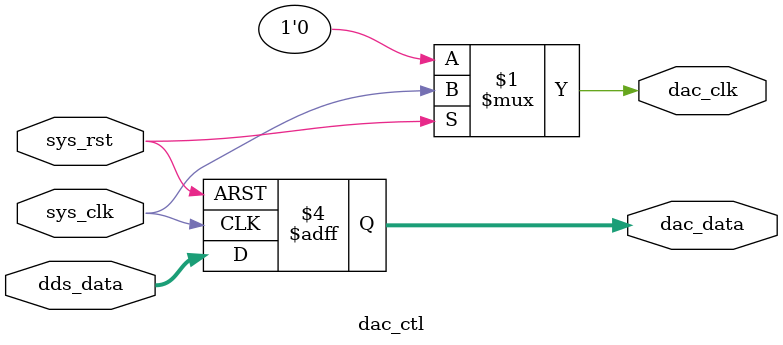
<source format=v>


module dac_ctl	(
						//system input
						sys_clk,
						sys_rst,
						
						dds_data,
						
						dac_clk,
						dac_data
					);
//-----------------------------input or output------------------------------
input  				sys_rst;
input  				sys_clk;

input		[13:0]	dds_data;

output	[13:0]	dac_data;
output				dac_clk;
//----------------------------wire  or  reg---------------------------------
wire					sys_clk;
wire					sys_rst;

wire		[13:0]	dds_data;

reg		[13:0]	dac_data;

wire					dac_clk;//系统时钟采用1M-50M，这次采用1MHz
//--------------------------------------------------------------------------
//主要是用50M时钟输出DAC_CLK给到AD9754，然后从总线上读取数据读取数据
assign dac_clk = (sys_rst) ? sys_clk : 1'b0;	//50M/128=390KHz
//--------------------------------------------------------------------------
//下降沿的时候把数据写到DAC中
always@(negedge sys_clk or negedge sys_rst)
begin
	if(!sys_rst)
		dac_data <= 14'h0;
	else
		dac_data <= dds_data;
end

endmodule 

//==========================================================================
//module end
//v1.0
//2018.01.02-16:39
</source>
